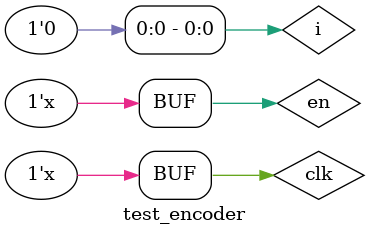
<source format=v>
`timescale 1ns / 1ps


module test_encoder(
    );
    reg clk=0, en=1;
    reg [7:0] i=0;
    wire [2:0] o;

    encoder_8to3 e(i, en, clk, o);
    always begin
        #5
        clk = ~clk;
        #10
        clk = ~clk;
        #5
        if (i == 8'b10000000) begin
            en = ~en;
        end
        if (i == 0) begin
            i = 1;
        end
        i = i << 1;
    end
endmodule

</source>
